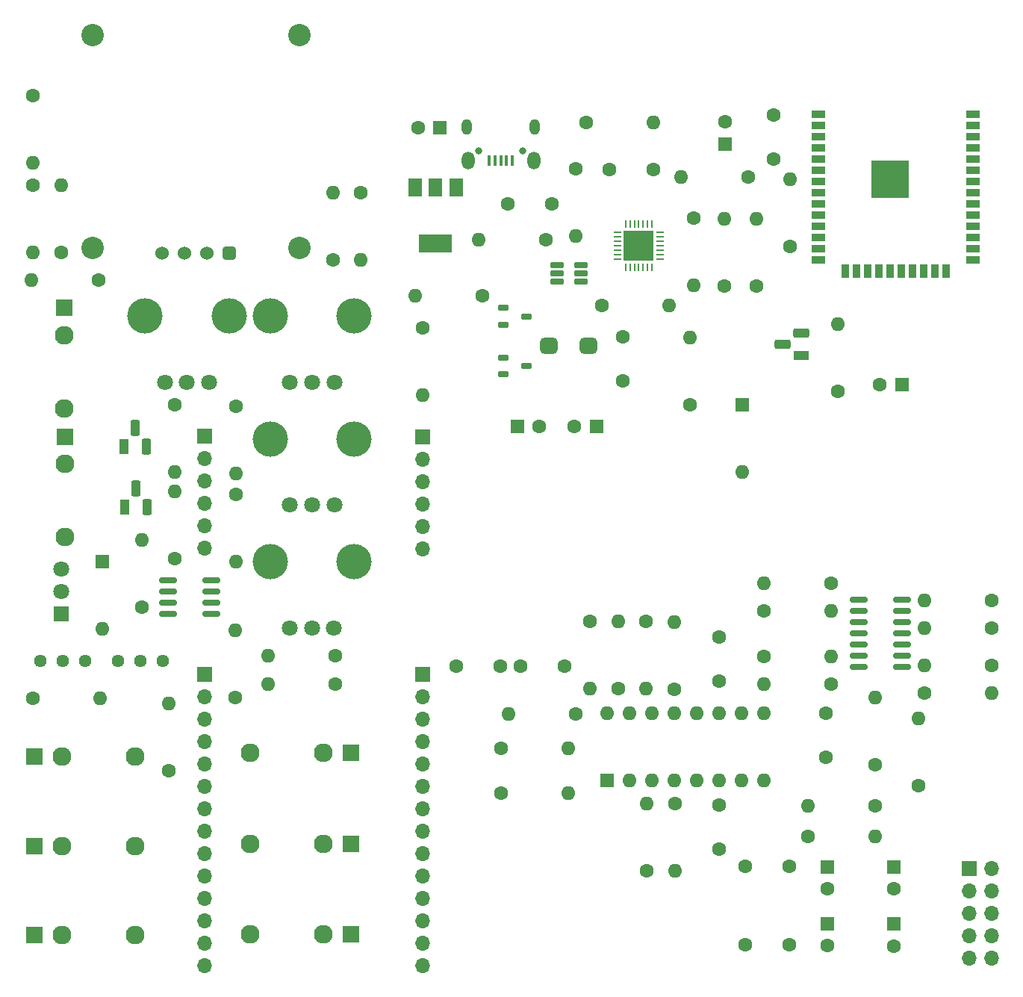
<source format=gbr>
%TF.GenerationSoftware,KiCad,Pcbnew,7.0.7*%
%TF.CreationDate,2024-02-11T13:34:09-07:00*%
%TF.ProjectId,TunerVCO,54756e65-7256-4434-9f2e-6b696361645f,rev?*%
%TF.SameCoordinates,Original*%
%TF.FileFunction,Soldermask,Top*%
%TF.FilePolarity,Negative*%
%FSLAX46Y46*%
G04 Gerber Fmt 4.6, Leading zero omitted, Abs format (unit mm)*
G04 Created by KiCad (PCBNEW 7.0.7) date 2024-02-11 13:34:09*
%MOMM*%
%LPD*%
G01*
G04 APERTURE LIST*
G04 Aperture macros list*
%AMRoundRect*
0 Rectangle with rounded corners*
0 $1 Rounding radius*
0 $2 $3 $4 $5 $6 $7 $8 $9 X,Y pos of 4 corners*
0 Add a 4 corners polygon primitive as box body*
4,1,4,$2,$3,$4,$5,$6,$7,$8,$9,$2,$3,0*
0 Add four circle primitives for the rounded corners*
1,1,$1+$1,$2,$3*
1,1,$1+$1,$4,$5*
1,1,$1+$1,$6,$7*
1,1,$1+$1,$8,$9*
0 Add four rect primitives between the rounded corners*
20,1,$1+$1,$2,$3,$4,$5,0*
20,1,$1+$1,$4,$5,$6,$7,0*
20,1,$1+$1,$6,$7,$8,$9,0*
20,1,$1+$1,$8,$9,$2,$3,0*%
G04 Aperture macros list end*
%ADD10R,1.500000X0.900000*%
%ADD11R,0.900000X1.500000*%
%ADD12C,0.584200*%
%ADD13R,4.200000X4.200000*%
%ADD14O,1.600000X1.600000*%
%ADD15C,1.600000*%
%ADD16R,1.600000X1.600000*%
%ADD17RoundRect,0.150000X-0.825000X-0.150000X0.825000X-0.150000X0.825000X0.150000X-0.825000X0.150000X0*%
%ADD18RoundRect,0.275000X0.625000X-0.275000X0.625000X0.275000X-0.625000X0.275000X-0.625000X-0.275000X0*%
%ADD19R,1.800000X1.100000*%
%ADD20C,2.540000*%
%ADD21RoundRect,0.381000X0.381000X0.381000X-0.381000X0.381000X-0.381000X-0.381000X0.381000X-0.381000X0*%
%ADD22C,1.524000*%
%ADD23O,1.700000X1.700000*%
%ADD24R,1.700000X1.700000*%
%ADD25R,1.830000X1.930000*%
%ADD26C,2.130000*%
%ADD27R,1.500000X2.000000*%
%ADD28R,3.800000X2.000000*%
%ADD29R,1.100000X1.800000*%
%ADD30RoundRect,0.275000X-0.275000X-0.625000X0.275000X-0.625000X0.275000X0.625000X-0.275000X0.625000X0*%
%ADD31C,4.000000*%
%ADD32C,1.800000*%
%ADD33RoundRect,0.450000X-0.550000X-0.450000X0.550000X-0.450000X0.550000X0.450000X-0.550000X0.450000X0*%
%ADD34O,1.150000X1.800000*%
%ADD35O,1.450000X2.000000*%
%ADD36R,0.450000X1.300000*%
%ADD37O,0.800000X0.800000*%
%ADD38RoundRect,0.162500X-0.447500X-0.162500X0.447500X-0.162500X0.447500X0.162500X-0.447500X0.162500X0*%
%ADD39R,1.800000X1.800000*%
%ADD40C,1.440000*%
%ADD41R,3.350000X3.350000*%
%ADD42RoundRect,0.062500X-0.062500X-0.337500X0.062500X-0.337500X0.062500X0.337500X-0.062500X0.337500X0*%
%ADD43RoundRect,0.062500X-0.337500X-0.062500X0.337500X-0.062500X0.337500X0.062500X-0.337500X0.062500X0*%
%ADD44RoundRect,0.162500X0.617500X0.162500X-0.617500X0.162500X-0.617500X-0.162500X0.617500X-0.162500X0*%
%ADD45R,1.930000X1.830000*%
%ADD46RoundRect,0.150000X0.825000X0.150000X-0.825000X0.150000X-0.825000X-0.150000X0.825000X-0.150000X0*%
G04 APERTURE END LIST*
D10*
%TO.C,U304*%
X90912200Y98430000D03*
X90912200Y97160000D03*
X90912200Y95890000D03*
X90912200Y94620000D03*
X90912200Y93350000D03*
X90912200Y92080000D03*
X90912200Y90810000D03*
X90912200Y89540000D03*
X90912200Y88270000D03*
X90912200Y87000000D03*
X90912200Y85730000D03*
X90912200Y84460000D03*
X90912200Y83190000D03*
X90912200Y81920000D03*
D11*
X93952200Y80670000D03*
X95222200Y80670000D03*
X96492200Y80670000D03*
X97762200Y80670000D03*
X99032200Y80670000D03*
X100302200Y80670000D03*
X101572200Y80670000D03*
X102842200Y80670000D03*
X104112200Y80670000D03*
X105382200Y80670000D03*
D10*
X108412200Y81920000D03*
X108412200Y83190000D03*
X108412200Y84460000D03*
X108412200Y85730000D03*
X108412200Y87000000D03*
X108412200Y88270000D03*
X108412200Y89540000D03*
X108412200Y90810000D03*
X108412200Y92080000D03*
X108412200Y93350000D03*
X108412200Y94620000D03*
X108412200Y95890000D03*
X108412200Y97160000D03*
X108412200Y98430000D03*
D12*
X97457200Y91090000D03*
X97757200Y92715000D03*
X97757200Y89545000D03*
X98982200Y92720000D03*
X98982200Y91090000D03*
D13*
X98982200Y91090000D03*
D12*
X98982200Y89545000D03*
X100297200Y92720000D03*
X100297200Y89545000D03*
X100507200Y91090000D03*
%TD*%
D14*
%TO.C,R309*%
X64952800Y33329800D03*
D15*
X64952800Y40949800D03*
%TD*%
D16*
%TO.C,D202*%
X9677400Y47726600D03*
D14*
X9677400Y40106600D03*
%TD*%
%TO.C,R307*%
X71353600Y33329800D03*
D15*
X71353600Y40949800D03*
%TD*%
D17*
%TO.C,U303*%
X100397000Y43439000D03*
X100397000Y42169000D03*
X100397000Y40899000D03*
X100397000Y39629000D03*
X100397000Y38359000D03*
X100397000Y37089000D03*
X100397000Y35819000D03*
X95447000Y35819000D03*
X95447000Y37089000D03*
X95447000Y38359000D03*
X95447000Y39629000D03*
X95447000Y40899000D03*
X95447000Y42169000D03*
X95447000Y43439000D03*
%TD*%
D18*
%TO.C,Q303*%
X88898600Y73665000D03*
X86828600Y72395000D03*
D19*
X88898600Y71125000D03*
%TD*%
D15*
%TO.C,R207*%
X24815800Y55397400D03*
D14*
X24815800Y47777400D03*
%TD*%
D15*
%TO.C,C319*%
X80319800Y97588621D03*
D16*
X80319800Y95088621D03*
%TD*%
D14*
%TO.C,R304*%
X62489000Y26573400D03*
D15*
X54869000Y26573400D03*
%TD*%
D14*
%TO.C,R318*%
X92359400Y37012800D03*
D15*
X84739400Y37012800D03*
%TD*%
%TO.C,R216*%
X1854200Y100584000D03*
D14*
X1854200Y92964000D03*
%TD*%
%TO.C,R329*%
X45140800Y77906800D03*
D15*
X52760800Y77906800D03*
%TD*%
D14*
%TO.C,R320*%
X102925800Y35996800D03*
D15*
X110545800Y35996800D03*
%TD*%
%TO.C,C314*%
X99446000Y4145200D03*
D16*
X99446000Y6645200D03*
%TD*%
D14*
%TO.C,R303*%
X62539800Y21518800D03*
D15*
X54919800Y21518800D03*
%TD*%
%TO.C,R215*%
X9271000Y79679800D03*
D14*
X1651000Y79679800D03*
%TD*%
D15*
%TO.C,R204*%
X17907000Y65506600D03*
D14*
X17907000Y57886600D03*
%TD*%
D20*
%TO.C,U202*%
X32054800Y83312000D03*
X32054800Y107442000D03*
X8559800Y83312000D03*
X8559800Y107442000D03*
D21*
X24117300Y82677000D03*
D22*
X21577300Y82677000D03*
X19037300Y82677000D03*
X16497300Y82677000D03*
%TD*%
D14*
%TO.C,R315*%
X89667000Y20020200D03*
D15*
X97287000Y20020200D03*
%TD*%
%TO.C,C306*%
X91749800Y30535800D03*
X91749800Y25535800D03*
%TD*%
D23*
%TO.C,J304*%
X46029800Y49204800D03*
X46029800Y51744800D03*
X46029800Y54284800D03*
X46029800Y56824800D03*
X46029800Y59364800D03*
D24*
X46029800Y61904800D03*
%TD*%
D25*
%TO.C,J206*%
X2000000Y15519400D03*
D26*
X13400000Y15519400D03*
X5100000Y15519400D03*
%TD*%
D14*
%TO.C,R306*%
X74528600Y40924400D03*
D15*
X74528600Y33304400D03*
%TD*%
D27*
%TO.C,U306*%
X45177600Y90150000D03*
X47477600Y90150000D03*
D28*
X47477600Y83850000D03*
D27*
X49777600Y90150000D03*
%TD*%
D14*
%TO.C,R325*%
X76713000Y79049800D03*
D15*
X76713000Y86669800D03*
%TD*%
%TO.C,R201*%
X38963600Y89535000D03*
D14*
X38963600Y81915000D03*
%TD*%
D15*
%TO.C,R202*%
X35839400Y81915000D03*
D14*
X35839400Y89535000D03*
%TD*%
D15*
%TO.C,R205*%
X5003800Y82804000D03*
D14*
X5003800Y90424000D03*
%TD*%
D29*
%TO.C,Q202*%
X12166600Y60788600D03*
D30*
X13436600Y62858600D03*
X14706600Y60788600D03*
%TD*%
D15*
%TO.C,C303*%
X97846312Y67797600D03*
D16*
X100346312Y67797600D03*
%TD*%
D15*
%TO.C,C315*%
X45471512Y96906000D03*
D16*
X47971512Y96906000D03*
%TD*%
D23*
%TO.C,J301*%
X110515400Y2819400D03*
X107975400Y2819400D03*
X110515400Y5359400D03*
X107975400Y5359400D03*
X110515400Y7899400D03*
X107975400Y7899400D03*
X110515400Y10439400D03*
X107975400Y10439400D03*
X110515400Y12979400D03*
D24*
X107975400Y12979400D03*
%TD*%
D15*
%TO.C,C305*%
X62118800Y35920600D03*
X57118800Y35920600D03*
%TD*%
D14*
%TO.C,R314*%
X84739400Y45318600D03*
D15*
X92359400Y45318600D03*
%TD*%
%TO.C,C309*%
X91902200Y10648112D03*
D16*
X91902200Y13148112D03*
%TD*%
D15*
%TO.C,C301*%
X68712000Y68193200D03*
X68712000Y73193200D03*
%TD*%
D14*
%TO.C,R327*%
X72166400Y97515600D03*
D15*
X64546400Y97515600D03*
%TD*%
D14*
%TO.C,R332*%
X93089000Y74671000D03*
D15*
X93089000Y67051000D03*
%TD*%
D14*
%TO.C,R326*%
X73919000Y76763800D03*
D15*
X66299000Y76763800D03*
%TD*%
%TO.C,R210*%
X14173200Y42621200D03*
D14*
X14173200Y50241200D03*
%TD*%
D25*
%TO.C,J209*%
X37841400Y5461000D03*
D26*
X26441400Y5461000D03*
X34741400Y5461000D03*
%TD*%
D31*
%TO.C,RV202*%
X28727200Y75587400D03*
X38227200Y75587400D03*
D32*
X35977200Y68087400D03*
X33477200Y68087400D03*
X30977200Y68087400D03*
%TD*%
D15*
%TO.C,C316*%
X60645600Y88295400D03*
X55645600Y88295400D03*
%TD*%
D14*
%TO.C,R301*%
X63327200Y84688600D03*
D15*
X63327200Y92308600D03*
%TD*%
D33*
%TO.C,L301*%
X64840600Y72201700D03*
X60340600Y72201700D03*
%TD*%
D15*
%TO.C,R212*%
X1803400Y32283400D03*
D14*
X9423400Y32283400D03*
%TD*%
D15*
%TO.C,R213*%
X1854200Y90424000D03*
D14*
X1854200Y82804000D03*
%TD*%
D15*
%TO.C,C302*%
X63200713Y63073200D03*
D16*
X65700713Y63073200D03*
%TD*%
D14*
%TO.C,U302*%
X66908600Y30535800D03*
X69448600Y30535800D03*
X71988600Y30535800D03*
X74528600Y30535800D03*
X77068600Y30535800D03*
X79608600Y30535800D03*
X82148600Y30535800D03*
X84688600Y30535800D03*
X84688600Y22915800D03*
X82148600Y22915800D03*
X79608600Y22915800D03*
X77068600Y22915800D03*
X74528600Y22915800D03*
X71988600Y22915800D03*
X69448600Y22915800D03*
D16*
X66908600Y22915800D03*
%TD*%
D14*
%TO.C,R308*%
X68153200Y40949800D03*
D15*
X68153200Y33329800D03*
%TD*%
D24*
%TO.C,J202*%
X21310600Y61950600D03*
D23*
X21310600Y59410600D03*
X21310600Y56870600D03*
X21310600Y54330600D03*
X21310600Y51790600D03*
X21310600Y49250600D03*
%TD*%
D14*
%TO.C,R328*%
X75265200Y91318000D03*
D15*
X82885200Y91318000D03*
%TD*%
%TO.C,R214*%
X17881600Y48056800D03*
D14*
X17881600Y55676800D03*
%TD*%
D25*
%TO.C,J210*%
X37841400Y15773400D03*
D26*
X26441400Y15773400D03*
X34741400Y15773400D03*
%TD*%
D14*
%TO.C,R324*%
X102925800Y43312000D03*
D15*
X110545800Y43312000D03*
%TD*%
D29*
%TO.C,Q201*%
X12192000Y53930600D03*
D30*
X13462000Y56000600D03*
X14732000Y53930600D03*
%TD*%
D15*
%TO.C,R209*%
X24790400Y32308800D03*
D14*
X24790400Y39928800D03*
%TD*%
D34*
%TO.C,J302*%
X50999000Y97034200D03*
X58749000Y97034200D03*
D35*
X51149000Y93234200D03*
X58599000Y93234200D03*
D36*
X53574000Y93184200D03*
X54224000Y93184200D03*
X54874000Y93184200D03*
X55524000Y93184200D03*
X56174000Y93184200D03*
D37*
X52374000Y94284200D03*
X57374000Y94284200D03*
%TD*%
D14*
%TO.C,R319*%
X84739400Y33837800D03*
D15*
X92359400Y33837800D03*
%TD*%
D25*
%TO.C,J208*%
X37841400Y26085800D03*
D26*
X26441400Y26085800D03*
X34741400Y26085800D03*
%TD*%
D15*
%TO.C,C307*%
X79608600Y20183400D03*
X79608600Y15183400D03*
%TD*%
D14*
%TO.C,R323*%
X102925800Y40187800D03*
D15*
X110545800Y40187800D03*
%TD*%
D14*
%TO.C,R331*%
X87685800Y91089400D03*
D15*
X87685800Y83469400D03*
%TD*%
%TO.C,C313*%
X99446000Y10648112D03*
D16*
X99446000Y13148112D03*
%TD*%
D38*
%TO.C,Q302*%
X57739200Y69910200D03*
X55119200Y68960200D03*
X55119200Y70860200D03*
%TD*%
%TO.C,Q301*%
X57790000Y75544600D03*
X55170000Y74594600D03*
X55170000Y76494600D03*
%TD*%
D39*
%TO.C,D201*%
X5003800Y41833800D03*
D32*
X5003800Y44373800D03*
X5003800Y46913800D03*
%TD*%
D15*
%TO.C,R203*%
X24815800Y65379600D03*
D14*
X24815800Y57759600D03*
%TD*%
D15*
%TO.C,C308*%
X79608600Y34208000D03*
X79608600Y39208000D03*
%TD*%
D40*
%TO.C,RV209*%
X7706600Y36524000D03*
X5166600Y36524000D03*
X2626600Y36524000D03*
%TD*%
D14*
%TO.C,D301*%
X82224800Y57942400D03*
D16*
X82224800Y65562400D03*
%TD*%
D14*
%TO.C,R321*%
X102240000Y29977000D03*
D15*
X102240000Y22357000D03*
%TD*%
D40*
%TO.C,RV208*%
X16571200Y36524000D03*
X14031200Y36524000D03*
X11491200Y36524000D03*
%TD*%
D14*
%TO.C,R313*%
X92359400Y42118200D03*
D15*
X84739400Y42118200D03*
%TD*%
D41*
%TO.C,U305*%
X70515400Y83545600D03*
D42*
X69015400Y85995600D03*
X69515400Y85995600D03*
X70015400Y85995600D03*
X70515400Y85995600D03*
X71015400Y85995600D03*
X71515400Y85995600D03*
X72015400Y85995600D03*
D43*
X72965400Y85045600D03*
X72965400Y84545600D03*
X72965400Y84045600D03*
X72965400Y83545600D03*
X72965400Y83045600D03*
X72965400Y82545600D03*
X72965400Y82045600D03*
D42*
X72015400Y81095600D03*
X71515400Y81095600D03*
X71015400Y81095600D03*
X70515400Y81095600D03*
X70015400Y81095600D03*
X69515400Y81095600D03*
X69015400Y81095600D03*
D43*
X68065400Y82045600D03*
X68065400Y82545600D03*
X68065400Y83045600D03*
X68065400Y83545600D03*
X68065400Y84045600D03*
X68065400Y84545600D03*
X68065400Y85045600D03*
%TD*%
D15*
%TO.C,R211*%
X17221200Y24028400D03*
D14*
X17221200Y31648400D03*
%TD*%
D15*
%TO.C,C317*%
X59237288Y63047800D03*
D16*
X56737288Y63047800D03*
%TD*%
D44*
%TO.C,U301*%
X61240600Y79496800D03*
X61240600Y80446800D03*
X61240600Y81396800D03*
X63940600Y81396800D03*
X63940600Y80446800D03*
X63940600Y79496800D03*
%TD*%
D14*
%TO.C,R316*%
X97287000Y16616600D03*
D15*
X89667000Y16616600D03*
%TD*%
%TO.C,C304*%
X49792800Y35920600D03*
X54792800Y35920600D03*
%TD*%
D31*
%TO.C,RV203*%
X28727200Y61668200D03*
X38227200Y61668200D03*
D32*
X35977200Y54168200D03*
X33477200Y54168200D03*
X30977200Y54168200D03*
%TD*%
D14*
%TO.C,R322*%
X110545800Y32847200D03*
D15*
X102925800Y32847200D03*
%TD*%
D45*
%TO.C,J204*%
X5461000Y61920600D03*
D26*
X5461000Y50520600D03*
X5461000Y58820600D03*
%TD*%
D14*
%TO.C,R317*%
X97287000Y32313800D03*
D15*
X97287000Y24693800D03*
%TD*%
D14*
%TO.C,R311*%
X80243600Y86644400D03*
D15*
X80243600Y79024400D03*
%TD*%
%TO.C,C312*%
X87544200Y13162200D03*
X82544200Y13162200D03*
%TD*%
D14*
%TO.C,R330*%
X46029800Y66654600D03*
D15*
X46029800Y74274600D03*
%TD*%
D14*
%TO.C,R310*%
X55732600Y30485000D03*
D15*
X63352600Y30485000D03*
%TD*%
%TO.C,R208*%
X36068000Y33832800D03*
D14*
X28448000Y33832800D03*
%TD*%
D23*
%TO.C,J303*%
X46029800Y1925400D03*
X46029800Y4465400D03*
X46029800Y7005400D03*
X46029800Y9545400D03*
X46029800Y12085400D03*
X46029800Y14625400D03*
X46029800Y17165400D03*
X46029800Y19705400D03*
X46029800Y22245400D03*
X46029800Y24785400D03*
X46029800Y27325400D03*
X46029800Y29865400D03*
X46029800Y32405400D03*
D24*
X46029800Y34945400D03*
%TD*%
D14*
%TO.C,R305*%
X71429800Y20325000D03*
D15*
X71429800Y12705000D03*
%TD*%
D14*
%TO.C,R334*%
X74655600Y12679600D03*
D15*
X74655600Y20299600D03*
%TD*%
D14*
%TO.C,R312*%
X83875800Y86644400D03*
D15*
X83875800Y79024400D03*
%TD*%
D46*
%TO.C,U201*%
X22083800Y41859200D03*
X22083800Y43129200D03*
X22083800Y44399200D03*
X22083800Y45669200D03*
X17133800Y45669200D03*
X17133800Y44399200D03*
X17133800Y43129200D03*
X17133800Y41859200D03*
%TD*%
D25*
%TO.C,J207*%
X2000000Y5384800D03*
D26*
X13400000Y5384800D03*
X5100000Y5384800D03*
%TD*%
D14*
%TO.C,R302*%
X52354400Y84256800D03*
D15*
X59974400Y84256800D03*
%TD*%
%TO.C,C311*%
X82544200Y4272200D03*
X87544200Y4272200D03*
%TD*%
%TO.C,C310*%
X91902200Y4221912D03*
D16*
X91902200Y6721912D03*
%TD*%
D31*
%TO.C,RV204*%
X28702000Y47726600D03*
X38202000Y47726600D03*
D32*
X35952000Y40226600D03*
X33452000Y40226600D03*
X30952000Y40226600D03*
%TD*%
D24*
%TO.C,J201*%
X21310600Y34991200D03*
D23*
X21310600Y32451200D03*
X21310600Y29911200D03*
X21310600Y27371200D03*
X21310600Y24831200D03*
X21310600Y22291200D03*
X21310600Y19751200D03*
X21310600Y17211200D03*
X21310600Y14671200D03*
X21310600Y12131200D03*
X21310600Y9591200D03*
X21310600Y7051200D03*
X21310600Y4511200D03*
X21310600Y1971200D03*
%TD*%
D45*
%TO.C,J203*%
X5410200Y76504800D03*
D26*
X5410200Y65104800D03*
X5410200Y73404800D03*
%TD*%
D14*
%TO.C,R333*%
X76332000Y73182400D03*
D15*
X76332000Y65562400D03*
%TD*%
%TO.C,C318*%
X72202600Y92232400D03*
X67202600Y92232400D03*
%TD*%
D25*
%TO.C,J205*%
X2000000Y25628600D03*
D26*
X13400000Y25628600D03*
X5100000Y25628600D03*
%TD*%
D15*
%TO.C,R206*%
X36118800Y37109400D03*
D14*
X28498800Y37109400D03*
%TD*%
D15*
%TO.C,C320*%
X85780800Y93415400D03*
X85780800Y98415400D03*
%TD*%
D31*
%TO.C,RV201*%
X14543200Y75597400D03*
X24043200Y75597400D03*
D32*
X21793200Y68097400D03*
X19293200Y68097400D03*
X16793200Y68097400D03*
%TD*%
M02*

</source>
